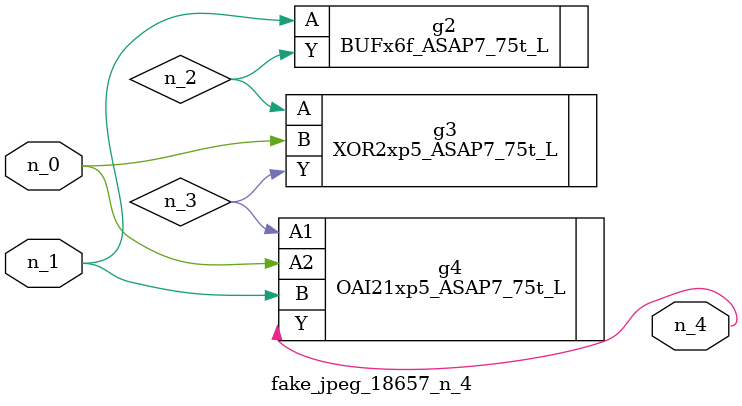
<source format=v>
module fake_jpeg_18657_n_4 (n_0, n_1, n_4);

input n_0;
input n_1;

output n_4;

wire n_3;
wire n_2;

BUFx6f_ASAP7_75t_L g2 ( 
.A(n_1),
.Y(n_2)
);

XOR2xp5_ASAP7_75t_L g3 ( 
.A(n_2),
.B(n_0),
.Y(n_3)
);

OAI21xp5_ASAP7_75t_L g4 ( 
.A1(n_3),
.A2(n_0),
.B(n_1),
.Y(n_4)
);


endmodule
</source>
